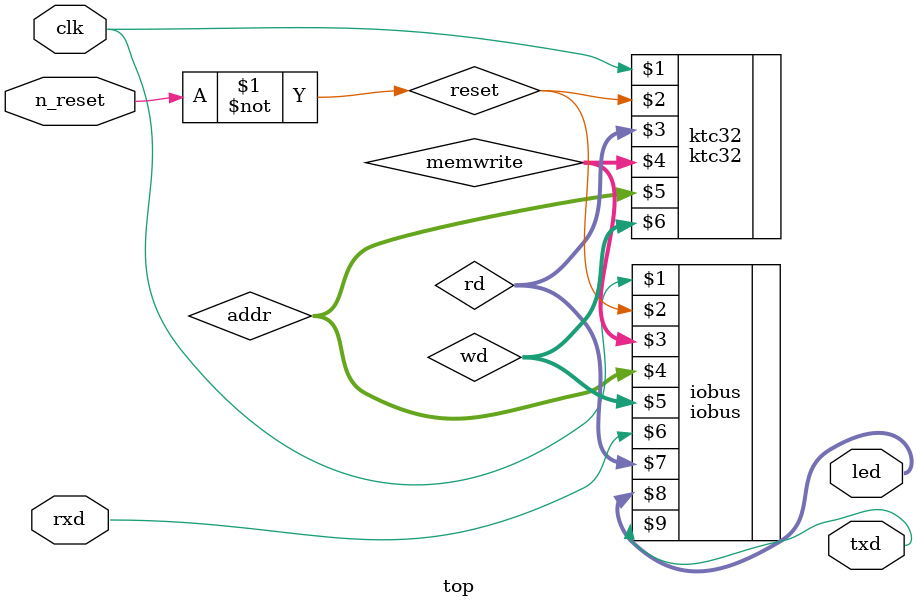
<source format=sv>
module top (
    input logic clk,
    input logic n_reset,
    input logic rxd,

    output logic [3:0] led,
    output logic txd
);

  logic [31:0] rd;
  logic [31:0] addr;
  logic [31:0] wd;
  logic [1:0] memwrite;
  logic reset;

  assign reset = ~n_reset;

  ktc32 ktc32 (
      clk,
      reset,
      rd,

      memwrite,
      addr,
      wd
  );

  iobus iobus (
      clk,
      reset,
      memwrite,
      addr,
      wd,
      rxd,

      rd,
      led,
      txd
  );

endmodule

</source>
